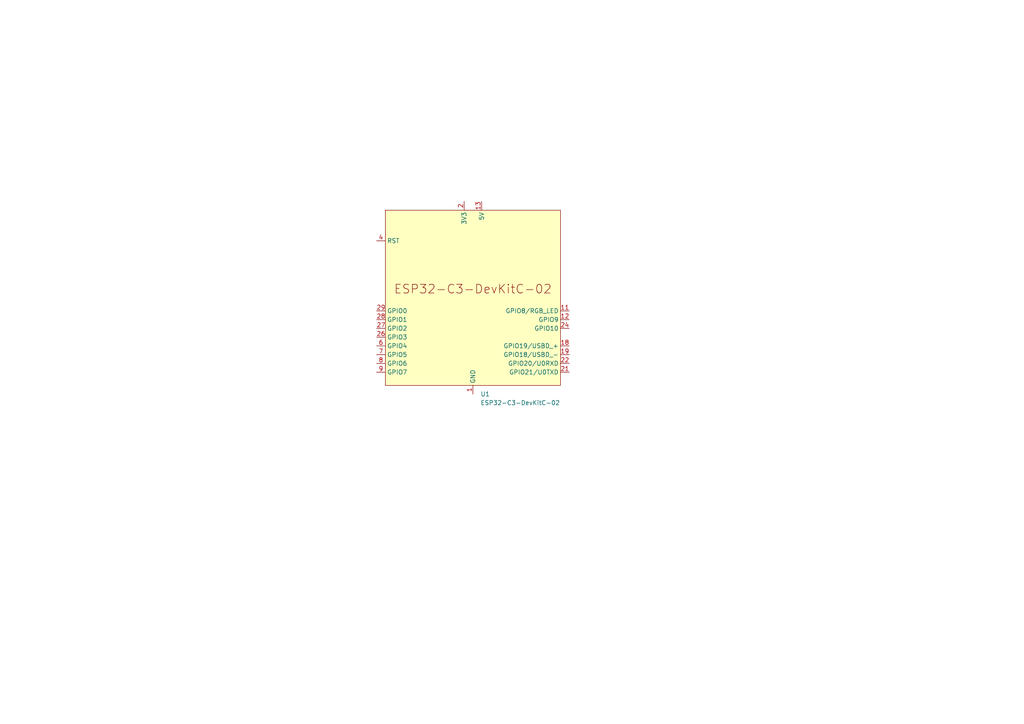
<source format=kicad_sch>
(kicad_sch (version 20231120) (generator "eeschema") (generator_version "8.0")
  (paper "A4")
  (lib_symbols
    (symbol "PCM_Espressif:ESP32-C3-DevKitC-02"
      (property "Reference" "U" (at -25.4 30.48 0))
      (property "Value" "ESP32-C3-DevKitC-02" (at -25.4 27.94 0))
      (symbol "ESP32-C3-DevKitC-02_0_1"
        (rectangle (start -25.4 25.4) (end 25.4 -25.4) (fill (type background)))
      )
      (symbol "ESP32-C3-DevKitC-02_1_0"
        (text "ESP32-C3-DevKitC-02" (at 0 2.54 0) (effects (font (size 2.54 2.54))))
      )
      (symbol "ESP32-C3-DevKitC-02_1_1"
        (pin passive line (at 0 -27.94 90) (length 2.54) (name "GND") (number "1"))
        (pin passive line (at 0 -27.94 90) (length 2.54) hide (name "GND") (number "10"))
        (pin bidirectional line (at 27.94 -3.81 180) (length 2.54) (name "GPIO8/RGB_LED") (number "11"))
        (pin bidirectional line (at 27.94 -6.35 180) (length 2.54) (name "GPIO9") (number "12"))
        (pin power_in line (at 2.54 27.94 270) (length 2.54) (name "5V") (number "13"))
        (pin power_in line (at 2.54 27.94 270) (length 2.54) hide (name "5V") (number "14"))
        (pin passive line (at 0 -27.94 90) (length 2.54) hide (name "GND") (number "15"))
        (pin passive line (at 0 -27.94 90) (length 2.54) hide (name "GND") (number "16"))
        (pin passive line (at 0 -27.94 90) (length 2.54) hide (name "GND") (number "17"))
        (pin bidirectional line (at 27.94 -13.97 180) (length 2.54) (name "GPIO19/USBD_+") (number "18"))
        (pin bidirectional line (at 27.94 -16.51 180) (length 2.54) (name "GPIO18/USBD_-") (number "19"))
        (pin power_in line (at -2.54 27.94 270) (length 2.54) (name "3V3") (number "2"))
        (pin passive line (at 0 -27.94 90) (length 2.54) hide (name "GND") (number "20"))
        (pin bidirectional line (at 27.94 -21.59 180) (length 2.54) (name "GPIO21/U0TXD") (number "21"))
        (pin bidirectional line (at 27.94 -19.05 180) (length 2.54) (name "GPIO20/U0RXD") (number "22"))
        (pin passive line (at 0 -27.94 90) (length 2.54) hide (name "GND") (number "23"))
        (pin bidirectional line (at 27.94 -8.89 180) (length 2.54) (name "GPIO10") (number "24"))
        (pin passive line (at 0 -27.94 90) (length 2.54) hide (name "GND") (number "25"))
        (pin bidirectional line (at -27.94 -11.43 0) (length 2.54) (name "GPIO3") (number "26"))
        (pin bidirectional line (at -27.94 -8.89 0) (length 2.54) (name "GPIO2") (number "27"))
        (pin bidirectional line (at -27.94 -6.35 0) (length 2.54) (name "GPIO1") (number "28"))
        (pin bidirectional line (at -27.94 -3.81 0) (length 2.54) (name "GPIO0") (number "29"))
        (pin power_in line (at -2.54 27.94 270) (length 2.54) hide (name "3V3") (number "3"))
        (pin passive line (at 0 -27.94 90) (length 2.54) hide (name "GND") (number "30"))
        (pin output line (at -27.94 16.51 0) (length 2.54) (name "RST") (number "4"))
        (pin passive line (at 0 -27.94 90) (length 2.54) hide (name "GND") (number "5"))
        (pin bidirectional line (at -27.94 -13.97 0) (length 2.54) (name "GPIO4") (number "6"))
        (pin bidirectional line (at -27.94 -16.51 0) (length 2.54) (name "GPIO5") (number "7"))
        (pin bidirectional line (at -27.94 -19.05 0) (length 2.54) (name "GPIO6") (number "8"))
        (pin bidirectional line (at -27.94 -21.59 0) (length 2.54) (name "GPIO7") (number "9"))
      )
    )
  )
  (symbol (lib_id "PCM_Espressif:ESP32-C3-DevKitC-02") (at 137.16 86.36 0) (unit 1)
    (property "Reference" "U1" (at 139.3541 114.3 0) (effects (justify left)))
    (property "Value" "ESP32-C3-DevKitC-02" (at 139.3541 116.84 0) (effects (justify left)))
    (property "Footprint" "PCM_Espressif:ESP32-C3-DevKitC-02" (effects (hide yes)))
    (property "Datasheet" "https://www.espressif.com/sites/default/files/documentation/esp32-c3_datasheet_en.pdf" (effects (hide yes)))
    (property "Description" "ESP32-C3-DevKitC-02 is an entry-level development board based on ESP32-C3-WROOM-02, a general-purpose module with 4 MB SPI flash. This board integrates complete Wi-Fi and Bluetooth® Low Energy functions." (effects (hide yes)))
  )
)
</source>
